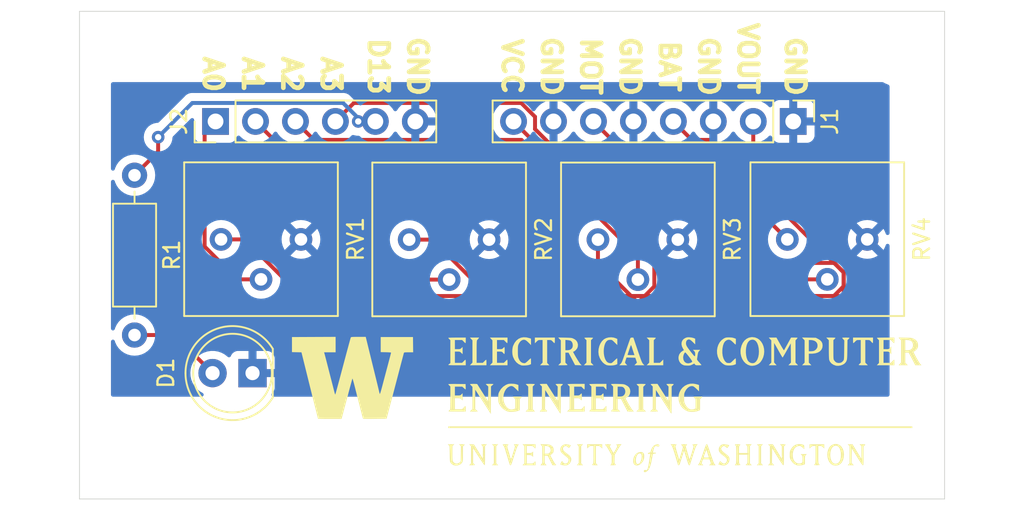
<source format=kicad_pcb>
(kicad_pcb (version 20211014) (generator pcbnew)
  (layers (0 "F.Cu" signal) (31 "B.Cu" signal) (34 "B.Paste" user) (35 "F.Paste" user) (36 "B.SilkS" user "B.Silkscreen") (37 "F.SilkS" user "F.Silkscreen") (38 "B.Mask" user) (39 "F.Mask" user) (44 "Edge.Cuts" user))
  (net 0 "")
  (net 1 "GND")
  (net 2 "/A0")
  (net 3 "/A1")
  (net 4 "/A2")
  (net 5 "/A3")
  (net 6 "Net-(D1-Pad2)")
  (net 7 "+5V")
  (net 8 "/D13")
  (footprint ".pretty:blackecesmall" (layer "F.Cu") (at 119 78)
    (fp_text reference "G***" hide)
    (fp_text value "LOGO" hide)
  )
  (footprint "MountingHole:MountingHole_2.5mm" (layer "F.Cu") (at 88.5 81)
    (fp_text reference "REF**" hide)
    (fp_text value "MountingHole_2.5mm")
    (pad "" np_thru_hole circle locked (at 0 0) (size 2.5 2.5) (drill 2.5) (layers *.Cu *.Mask))
  )
  (footprint "MountingHole:MountingHole_2.5mm" (layer "F.Cu") (at 137.5 56)
    (fp_text reference "REF**" hide)
    (fp_text value "MountingHole_2.5mm")
    (pad "" np_thru_hole circle locked (at 0 0) (size 2.5 2.5) (drill 2.5) (layers *.Cu *.Mask))
  )
  (footprint "LED_THT:LED_D5.0mm" (layer "F.Cu") (at 96.5 76 180)
    (fp_text reference "D1" (at 5.5 0 90) (layer "F.SilkS"))
    (fp_text value "LED")
    (pad "1" thru_hole rect locked (at 0 0 180) (size 1.8 1.8) (drill 0.9) (layers *.Cu *.Mask) (net 1 "GND"))
    (pad "2" thru_hole circle locked (at 2.54 0 180) (size 1.8 1.8) (drill 0.9) (layers *.Cu *.Mask) (net 6 "Net-(D1-Pad2)"))
  )
  (footprint "Potentiometer_THT:Potentiometer_Bourns_3386P_Vertical" (layer "F.Cu") (at 94.5 67.5 -90)
    (fp_text reference "RV1" (at -0.015 -8.555 90) (layer "F.SilkS"))
    (fp_text value "10k")
    (pad "1" thru_hole circle locked (at 0 0 270) (size 1.44 1.44) (drill 0.8) (layers *.Cu *.Mask) (net 7 "+5V"))
    (pad "2" thru_hole circle locked (at 2.54 -2.54 270) (size 1.44 1.44) (drill 0.8) (layers *.Cu *.Mask) (net 2 "/A0"))
    (pad "3" thru_hole circle locked (at 0 -5.08 270) (size 1.44 1.44) (drill 0.8) (layers *.Cu *.Mask) (net 1 "GND"))
  )
  (footprint "Potentiometer_THT:Potentiometer_Bourns_3386P_Vertical" (layer "F.Cu") (at 130.5 67.5 -90)
    (fp_text reference "RV4" (at -0.015 -8.555 90) (layer "F.SilkS"))
    (fp_text value "10k")
    (pad "1" thru_hole circle locked (at 0 0 270) (size 1.44 1.44) (drill 0.8) (layers *.Cu *.Mask) (net 7 "+5V"))
    (pad "2" thru_hole circle locked (at 2.54 -2.54 270) (size 1.44 1.44) (drill 0.8) (layers *.Cu *.Mask) (net 5 "/A3"))
    (pad "3" thru_hole circle locked (at 0 -5.08 270) (size 1.44 1.44) (drill 0.8) (layers *.Cu *.Mask) (net 1 "GND"))
  )
  (footprint "Resistor_THT:R_Axial_DIN0207_L6.3mm_D2.5mm_P10.16mm_Horizontal" (layer "F.Cu") (at 89 63.42 -90)
    (fp_text reference "R1" (at 5.08 -2.37 90) (layer "F.SilkS"))
    (fp_text value "330")
    (pad "1" thru_hole circle locked (at 0 0 270) (size 1.6 1.6) (drill 0.8) (layers *.Cu *.Mask) (net 8 "/D13"))
    (pad "2" thru_hole oval locked (at 10.16 0 270) (size 1.6 1.6) (drill 0.8) (layers *.Cu *.Mask) (net 6 "Net-(D1-Pad2)"))
  )
  (footprint "Connector_PinHeader_2.54mm:PinHeader_1x08_P2.54mm_Vertical" (layer "F.Cu") (at 130.875 60 -90)
    (fp_text reference "J1" (at 0 -2.33 90) (layer "F.SilkS"))
    (fp_text value "Conn_01x08_Male")
    (pad "1" thru_hole rect locked (at 0 0 270) (size 1.7 1.7) (drill 1) (layers *.Cu *.Mask) (net 1 "GND"))
    (pad "2" thru_hole oval locked (at 0 2.54 270) (size 1.7 1.7) (drill 1) (layers *.Cu *.Mask) (net 7 "+5V"))
    (pad "3" thru_hole oval locked (at 0 5.08 270) (size 1.7 1.7) (drill 1) (layers *.Cu *.Mask) (net 1 "GND"))
    (pad "4" thru_hole oval locked (at 0 7.62 270) (size 1.7 1.7) (drill 1) (layers *.Cu *.Mask) (net 7 "+5V"))
    (pad "5" thru_hole oval locked (at 0 10.16 270) (size 1.7 1.7) (drill 1) (layers *.Cu *.Mask) (net 1 "GND"))
    (pad "6" thru_hole oval locked (at 0 12.7 270) (size 1.7 1.7) (drill 1) (layers *.Cu *.Mask) (net 7 "+5V"))
    (pad "7" thru_hole oval locked (at 0 15.24 270) (size 1.7 1.7) (drill 1) (layers *.Cu *.Mask) (net 1 "GND"))
    (pad "8" thru_hole oval locked (at 0 17.78 270) (size 1.7 1.7) (drill 1) (layers *.Cu *.Mask) (net 7 "+5V"))
  )
  (footprint "Potentiometer_THT:Potentiometer_Bourns_3386P_Vertical" (layer "F.Cu") (at 118.46 67.515 -90)
    (fp_text reference "RV3" (at -0.015 -8.555 90) (layer "F.SilkS"))
    (fp_text value "10k")
    (pad "1" thru_hole circle locked (at 0 0 270) (size 1.44 1.44) (drill 0.8) (layers *.Cu *.Mask) (net 7 "+5V"))
    (pad "2" thru_hole circle locked (at 2.54 -2.54 270) (size 1.44 1.44) (drill 0.8) (layers *.Cu *.Mask) (net 4 "/A2"))
    (pad "3" thru_hole circle locked (at 0 -5.08 270) (size 1.44 1.44) (drill 0.8) (layers *.Cu *.Mask) (net 1 "GND"))
  )
  (footprint "Connector_PinHeader_2.54mm:PinHeader_1x06_P2.54mm_Vertical" (layer "F.Cu") (at 94.15 60 90)
    (fp_text reference "J2" (at 0 -2.33 90) (layer "F.SilkS"))
    (fp_text value "Conn_01x06_Female")
    (pad "1" thru_hole rect locked (at 0 0 90) (size 1.7 1.7) (drill 1) (layers *.Cu *.Mask) (net 2 "/A0"))
    (pad "2" thru_hole oval locked (at 0 2.54 90) (size 1.7 1.7) (drill 1) (layers *.Cu *.Mask) (net 3 "/A1"))
    (pad "3" thru_hole oval locked (at 0 5.08 90) (size 1.7 1.7) (drill 1) (layers *.Cu *.Mask) (net 4 "/A2"))
    (pad "4" thru_hole oval locked (at 0 7.62 90) (size 1.7 1.7) (drill 1) (layers *.Cu *.Mask) (net 5 "/A3"))
    (pad "5" thru_hole oval locked (at 0 10.16 90) (size 1.7 1.7) (drill 1) (layers *.Cu *.Mask) (net 8 "/D13"))
    (pad "6" thru_hole oval locked (at 0 12.7 90) (size 1.7 1.7) (drill 1) (layers *.Cu *.Mask) (net 1 "GND"))
  )
  (footprint "Potentiometer_THT:Potentiometer_Bourns_3386P_Vertical" (layer "F.Cu") (at 106.46 67.515 -90)
    (fp_text reference "RV2" (at -0.015 -8.555 90) (layer "F.SilkS"))
    (fp_text value "10k")
    (pad "1" thru_hole circle locked (at 0 0 270) (size 1.44 1.44) (drill 0.8) (layers *.Cu *.Mask) (net 7 "+5V"))
    (pad "2" thru_hole circle locked (at 2.54 -2.54 270) (size 1.44 1.44) (drill 0.8) (layers *.Cu *.Mask) (net 3 "/A1"))
    (pad "3" thru_hole circle locked (at 0 -5.08 270) (size 1.44 1.44) (drill 0.8) (layers *.Cu *.Mask) (net 1 "GND"))
  )
  (gr_line (start 140.5 84) (end 140.5 53) (layer "Edge.Cuts") (width 0.05))
  (gr_line (start 85.5 53) (end 85.5 84) (layer "Edge.Cuts") (width 0.05))
  (gr_line (start 140.5 53) (end 85.5 53) (layer "Edge.Cuts") (width 0.05))
  (gr_line (start 85.5 84) (end 140.5 84) (layer "Edge.Cuts") (width 0.05))
  (gr_text "GND" (at 107 56.5 270) (layer "F.SilkS") (effects (font (size 1.2 1.2) (thickness 0.3))))
  (gr_text "VCC\n" (at 113 56.5 270) (layer "F.SilkS") (effects (font (size 1.2 1.2) (thickness 0.3))))
  (gr_text "GND\n" (at 120.5 56.5 270) (layer "F.SilkS") (effects (font (size 1.2 1.2) (thickness 0.3))))
  (gr_text "GND" (at 131 56.5 270) (layer "F.SilkS") (effects (font (size 1.2 1.2) (thickness 0.3))))
  (gr_text "A2\n" (at 99 57 270) (layer "F.SilkS") (effects (font (size 1.2 1.2) (thickness 0.3))))
  (gr_text "GND\n" (at 125.5 56.5 270) (layer "F.SilkS") (effects (font (size 1.2 1.2) (thickness 0.3))))
  (gr_text "A3" (at 101.5 57 270) (layer "F.SilkS") (effects (font (size 1.2 1.2) (thickness 0.3))))
  (gr_text "GND\n" (at 115.5 56.5 270) (layer "F.SilkS") (effects (font (size 1.2 1.2) (thickness 0.3))))
  (gr_text "A1" (at 96.5 57 270) (layer "F.SilkS") (effects (font (size 1.2 1.2) (thickness 0.3))))
  (gr_text "D13\n" (at 104.5 56.5 270) (layer "F.SilkS") (effects (font (size 1.2 1.2) (thickness 0.3))))
  (gr_text "MOT" (at 118 56.5 270) (layer "F.SilkS") (effects (font (size 1.2 1.2) (thickness 0.3))))
  (gr_text "A0" (at 94 57 270) (layer "F.SilkS") (effects (font (size 1.2 1.2) (thickness 0.3))))
  (gr_text "VOUT\n" (at 128 56 270) (layer "F.SilkS") (effects (font (size 1.2 1.2) (thickness 0.3))))
  (gr_text "BAT" (at 123 56.5 270) (layer "F.SilkS") (effects (font (size 1.2 1.2) (thickness 0.3))))
  (segment (start 95.54 70.04) (end 97.04 70.04) (width 0.25) (layer "F.Cu") (net 2))
  (segment (start 93.455489 60.694511) (end 93.455489 67.955489) (width 0.25) (layer "F.Cu") (net 2))
  (segment (start 94.15 60) (end 93.455489 60.694511) (width 0.25) (layer "F.Cu") (net 2))
  (segment (start 93.455489 67.955489) (end 95.54 70.04) (width 0.25) (layer "F.Cu") (net 2))
  (segment (start 106.745 70.055) (end 109 70.055) (width 0.25) (layer "F.Cu") (net 3))
  (segment (start 96.69 60) (end 106.745 70.055) (width 0.25) (layer "F.Cu") (net 3))
  (segment (start 121 68.577837) (end 121 70.055) (width 0.25) (layer "F.Cu") (net 4))
  (segment (start 99.23 60) (end 100.404511 61.174511) (width 0.25) (layer "F.Cu") (net 4))
  (segment (start 113.596674 61.174511) (end 121 68.577837) (width 0.25) (layer "F.Cu") (net 4))
  (segment (start 100.404511 61.174511) (end 113.596674 61.174511) (width 0.25) (layer "F.Cu") (net 4))
  (segment (start 114.460489 60.486499) (end 124.01399 70.04) (width 0.25) (layer "F.Cu") (net 5))
  (segment (start 114.460489 59.704479) (end 114.460489 60.486499) (width 0.25) (layer "F.Cu") (net 5))
  (segment (start 113.581499 58.825489) (end 114.460489 59.704479) (width 0.25) (layer "F.Cu") (net 5))
  (segment (start 124.01399 70.04) (end 133.04 70.04) (width 0.25) (layer "F.Cu") (net 5))
  (segment (start 102.944511 58.825489) (end 113.581499 58.825489) (width 0.25) (layer "F.Cu") (net 5))
  (segment (start 101.77 60) (end 102.944511 58.825489) (width 0.25) (layer "F.Cu") (net 5))
  (segment (start 89 73.58) (end 91.54 73.58) (width 0.25) (layer "F.Cu") (net 6))
  (segment (start 91.54 73.58) (end 93.96 76) (width 0.25) (layer "F.Cu") (net 6))
  (segment (start 124.429511 61.174511) (end 125.651674 61.174511) (width 0.25) (layer "F.Cu") (net 7))
  (segment (start 111.521674 71.099511) (end 107.937163 67.515) (width 0.25) (layer "F.Cu") (net 7))
  (segment (start 122.044511 68.949511) (end 122.044511 70.487652) (width 0.25) (layer "F.Cu") (net 7))
  (segment (start 134.084511 69.607348) (end 134.084511 70.472652) (width 0.25) (layer "F.Cu") (net 7))
  (segment (start 122.044511 70.487652) (end 121.032163 71.5) (width 0.25) (layer "F.Cu") (net 7))
  (segment (start 121.032163 71.5) (end 120.967837 71.5) (width 0.25) (layer "F.Cu") (net 7))
  (segment (start 107.937163 67.515) (end 106.46 67.515) (width 0.25) (layer "F.Cu") (net 7))
  (segment (start 128.335 60) (end 128.335 65.335) (width 0.25) (layer "F.Cu") (net 7))
  (segment (start 134.084511 69.584511) (end 134.084511 70.915489) (width 0.25) (layer "F.Cu") (net 7))
  (segment (start 99.599511 71.099511) (end 96 67.5) (width 0.25) (layer "F.Cu") (net 7))
  (segment (start 127.170489 68.995489) (end 133.495489 68.995489) (width 0.25) (layer "F.Cu") (net 7))
  (segment (start 134.084511 70.915489) (end 133.900489 71.099511) (width 0.25) (layer "F.Cu") (net 7))
  (segment (start 134.084511 70.472652) (end 133.457652 71.099511) (width 0.25) (layer "F.Cu") (net 7))
  (segment (start 113.095 60) (end 122.044511 68.949511) (width 0.25) (layer "F.Cu") (net 7))
  (segment (start 133.495489 68.995489) (end 134.084511 69.584511) (width 0.25) (layer "F.Cu") (net 7))
  (segment (start 96 67.5) (end 94.5 67.5) (width 0.25) (layer "F.Cu") (net 7))
  (segment (start 120.967837 71.5) (end 118.46 68.992163) (width 0.25) (layer "F.Cu") (net 7))
  (segment (start 123.255 60) (end 124.429511 61.174511) (width 0.25) (layer "F.Cu") (net 7))
  (segment (start 133.457652 71.099511) (end 99.599511 71.099511) (width 0.25) (layer "F.Cu") (net 7))
  (segment (start 133.900489 71.099511) (end 111.521674 71.099511) (width 0.25) (layer "F.Cu") (net 7))
  (segment (start 118.175 60) (end 127.170489 68.995489) (width 0.25) (layer "F.Cu") (net 7))
  (segment (start 128.335 65.335) (end 130.5 67.5) (width 0.25) (layer "F.Cu") (net 7))
  (segment (start 118.46 68.992163) (end 118.46 67.515) (width 0.25) (layer "F.Cu") (net 7))
  (segment (start 125.651674 61.174511) (end 134.084511 69.607348) (width 0.25) (layer "F.Cu") (net 7))
  (segment (start 90.5 61) (end 90.5 61.92) (width 0.25) (layer "F.Cu") (net 8))
  (segment (start 90.5 61.92) (end 89 63.42) (width 0.25) (layer "F.Cu") (net 8))
  (segment (start 104.31 60) (end 103.219503 60) (width 0.25) (layer "F.Cu") (net 8))
  (via (at 90.5 61) (size 0.8) (drill 0.4) (layers "F.Cu" "B.Cu") (net 8))
  (via (at 103.219503 60) (size 0.8) (drill 0.4) (layers "F.Cu" "B.Cu") (net 8))
  (segment (start 92.674511 58.825489) (end 90.5 61) (width 0.25) (layer "B.Cu") (net 8))
  (segment (start 103.219503 60) (end 103.219503 59.788493) (width 0.25) (layer "B.Cu") (net 8))
  (segment (start 102.256499 58.825489) (end 92.674511 58.825489) (width 0.25) (layer "B.Cu") (net 8))
  (segment (start 103.219503 59.788493) (end 102.256499 58.825489) (width 0.25) (layer "B.Cu") (net 8))
  (zone (net 1) (net_name "GND") (layer "B.Cu") (connect_pads (clearance 0.508)) (min_thickness 0.254) (fill yes (thermal_gap 0.508) (thermal_bridge_width 0.508))
    (polygon (pts (xy 137 77.5) (xy 87.5 77.5) (xy 87.5 57.5) (xy 137 57.5)))
  )
)
</source>
